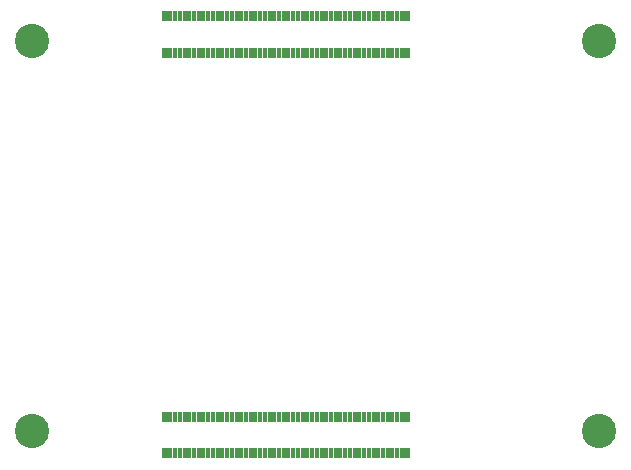
<source format=gbs>
G04*
G04 #@! TF.GenerationSoftware,Altium Limited,Altium Designer,21.6.4 (81)*
G04*
G04 Layer_Color=16711935*
%FSLAX44Y44*%
%MOMM*%
G71*
G04*
G04 #@! TF.SameCoordinates,A89D6834-54D7-4776-B7DF-034E92FDE38D*
G04*
G04*
G04 #@! TF.FilePolarity,Negative*
G04*
G01*
G75*
%ADD67R,0.4032X0.9032*%
%ADD73C,2.9032*%
%ADD79R,0.5032X0.9032*%
G54D67*
X316000Y354950D02*
D03*
X152000Y15750D02*
D03*
Y46550D02*
D03*
X156000Y15750D02*
D03*
Y46550D02*
D03*
X160000Y15750D02*
D03*
Y46550D02*
D03*
X164000Y15750D02*
D03*
Y46550D02*
D03*
X168000Y15750D02*
D03*
Y46550D02*
D03*
X172000Y15750D02*
D03*
Y46550D02*
D03*
X176000Y15750D02*
D03*
Y46550D02*
D03*
X180000Y15750D02*
D03*
Y46550D02*
D03*
X184000Y15750D02*
D03*
Y46550D02*
D03*
X188000Y15750D02*
D03*
Y46550D02*
D03*
X192000Y15750D02*
D03*
Y46550D02*
D03*
X196000Y15750D02*
D03*
Y46550D02*
D03*
X200000Y15750D02*
D03*
Y46550D02*
D03*
X204000Y15750D02*
D03*
Y46550D02*
D03*
X208000Y15750D02*
D03*
Y46550D02*
D03*
X212000Y15750D02*
D03*
Y46550D02*
D03*
X216000Y15750D02*
D03*
Y46550D02*
D03*
X220000Y15750D02*
D03*
Y46550D02*
D03*
X224000Y15750D02*
D03*
Y46550D02*
D03*
X228000Y15750D02*
D03*
Y46550D02*
D03*
X232000Y15750D02*
D03*
Y46550D02*
D03*
X236000Y15750D02*
D03*
Y46550D02*
D03*
X240000Y15750D02*
D03*
Y46550D02*
D03*
X244000Y15750D02*
D03*
Y46550D02*
D03*
X248000Y15750D02*
D03*
Y46550D02*
D03*
X252000Y15750D02*
D03*
Y46550D02*
D03*
X256000Y15750D02*
D03*
Y46550D02*
D03*
X260000Y15750D02*
D03*
Y46550D02*
D03*
X264000Y15750D02*
D03*
Y46550D02*
D03*
X268000Y15750D02*
D03*
Y46550D02*
D03*
X272000Y15750D02*
D03*
Y46550D02*
D03*
X276000Y15750D02*
D03*
Y46550D02*
D03*
X280000Y15750D02*
D03*
Y46550D02*
D03*
X284000Y15750D02*
D03*
Y46550D02*
D03*
X288000Y15750D02*
D03*
Y46550D02*
D03*
X292000Y15750D02*
D03*
Y46550D02*
D03*
X296000Y15750D02*
D03*
Y46550D02*
D03*
X300000Y15750D02*
D03*
Y46550D02*
D03*
X304000Y15750D02*
D03*
Y46550D02*
D03*
X308000Y15750D02*
D03*
Y46550D02*
D03*
X312000Y15750D02*
D03*
Y46550D02*
D03*
X316000Y15750D02*
D03*
Y46550D02*
D03*
X320000Y15750D02*
D03*
Y46550D02*
D03*
X324000Y15750D02*
D03*
Y46550D02*
D03*
X328000Y15750D02*
D03*
Y46550D02*
D03*
X332000Y15750D02*
D03*
Y46550D02*
D03*
X336000Y15750D02*
D03*
Y46550D02*
D03*
X340000Y15750D02*
D03*
Y46550D02*
D03*
X344000Y15750D02*
D03*
Y46550D02*
D03*
X348000Y15750D02*
D03*
Y46550D02*
D03*
X152000Y354950D02*
D03*
Y385750D02*
D03*
X156000Y354950D02*
D03*
Y385750D02*
D03*
X160000Y354950D02*
D03*
Y385750D02*
D03*
X164000Y354950D02*
D03*
Y385750D02*
D03*
X168000Y354950D02*
D03*
Y385750D02*
D03*
X172000Y354950D02*
D03*
Y385750D02*
D03*
X176000Y354950D02*
D03*
Y385750D02*
D03*
X180000Y354950D02*
D03*
Y385750D02*
D03*
X184000Y354950D02*
D03*
Y385750D02*
D03*
X188000Y354950D02*
D03*
Y385750D02*
D03*
X192000Y354950D02*
D03*
Y385750D02*
D03*
X196000Y354950D02*
D03*
Y385750D02*
D03*
X200000Y354950D02*
D03*
Y385750D02*
D03*
X204000Y354950D02*
D03*
Y385750D02*
D03*
X208000Y354950D02*
D03*
Y385750D02*
D03*
X212000Y354950D02*
D03*
Y385750D02*
D03*
X216000Y354950D02*
D03*
Y385750D02*
D03*
X220000Y354950D02*
D03*
Y385750D02*
D03*
X224000Y354950D02*
D03*
Y385750D02*
D03*
X228000Y354950D02*
D03*
Y385750D02*
D03*
X232000Y354950D02*
D03*
Y385750D02*
D03*
X236000Y354950D02*
D03*
Y385750D02*
D03*
X240000Y354950D02*
D03*
Y385750D02*
D03*
X244000Y354950D02*
D03*
Y385750D02*
D03*
X248000Y354950D02*
D03*
Y385750D02*
D03*
X252000Y354950D02*
D03*
Y385750D02*
D03*
X256000Y354950D02*
D03*
Y385750D02*
D03*
X260000Y354950D02*
D03*
Y385750D02*
D03*
X264000Y354950D02*
D03*
Y385750D02*
D03*
X268000Y354950D02*
D03*
Y385750D02*
D03*
X272000Y354950D02*
D03*
Y385750D02*
D03*
X276000Y354950D02*
D03*
Y385750D02*
D03*
X280000Y354950D02*
D03*
Y385750D02*
D03*
X284000Y354950D02*
D03*
Y385750D02*
D03*
X288000Y354950D02*
D03*
Y385750D02*
D03*
X292000Y354950D02*
D03*
Y385750D02*
D03*
X296000Y354950D02*
D03*
Y385750D02*
D03*
X300000Y354950D02*
D03*
Y385750D02*
D03*
X304000Y354950D02*
D03*
Y385750D02*
D03*
X308000Y354950D02*
D03*
Y385750D02*
D03*
X312000Y354950D02*
D03*
Y385750D02*
D03*
X316000D02*
D03*
X320000Y354950D02*
D03*
Y385750D02*
D03*
X324000Y354950D02*
D03*
Y385750D02*
D03*
X328000Y354950D02*
D03*
Y385750D02*
D03*
X332000Y354950D02*
D03*
Y385750D02*
D03*
X336000Y354950D02*
D03*
Y385750D02*
D03*
X340000Y354950D02*
D03*
Y385750D02*
D03*
X344000Y354950D02*
D03*
Y385750D02*
D03*
X348000Y354950D02*
D03*
Y385750D02*
D03*
G54D73*
X515000Y365036D02*
D03*
X35000Y365000D02*
D03*
X515000Y35000D02*
D03*
X35000D02*
D03*
G54D79*
X147447Y354950D02*
D03*
Y385750D02*
D03*
X352552D02*
D03*
Y354950D02*
D03*
Y15748D02*
D03*
Y46550D02*
D03*
X147447D02*
D03*
Y15750D02*
D03*
M02*

</source>
